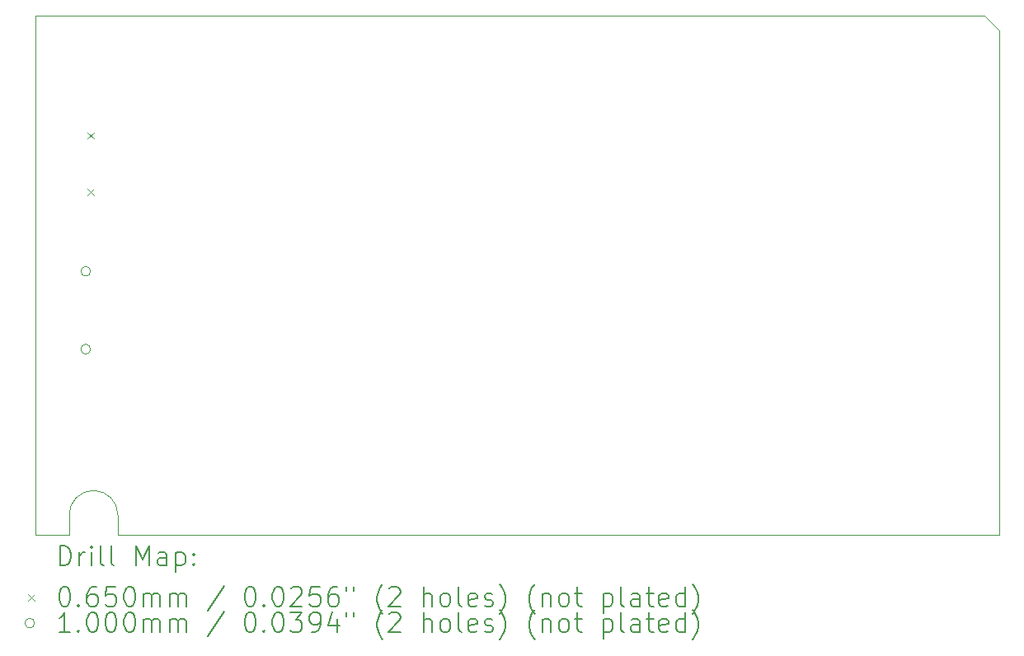
<source format=gbr>
%TF.GenerationSoftware,KiCad,Pcbnew,7.0.6-0*%
%TF.CreationDate,2023-10-19T14:17:24+02:00*%
%TF.ProjectId,PSLab,50534c61-622e-46b6-9963-61645f706362,v6.0-beta*%
%TF.SameCoordinates,Original*%
%TF.FileFunction,Drillmap*%
%TF.FilePolarity,Positive*%
%FSLAX45Y45*%
G04 Gerber Fmt 4.5, Leading zero omitted, Abs format (unit mm)*
G04 Created by KiCad (PCBNEW 7.0.6-0) date 2023-10-19 14:17:24*
%MOMM*%
%LPD*%
G01*
G04 APERTURE LIST*
%ADD10C,0.100000*%
%ADD11C,0.200000*%
%ADD12C,0.065000*%
G04 APERTURE END LIST*
D10*
X19903000Y-10000000D02*
X12560000Y-10000000D01*
X10000000Y-9735000D02*
X10000000Y-4669000D01*
X19903000Y-4821000D02*
X19903000Y-10000000D01*
X10000000Y-9735000D02*
X10000000Y-10000000D01*
X10000000Y-4669000D02*
X19751000Y-4669000D01*
X10850000Y-9800000D02*
X10850000Y-10000000D01*
X10350000Y-9800000D02*
X10350000Y-10000000D01*
X11740000Y-10000000D02*
X10850000Y-10000000D01*
X19751000Y-4669000D02*
X19903000Y-4821000D01*
X10850000Y-9800000D02*
G75*
G03*
X10350000Y-9800000I-250000J3163D01*
G01*
X12560000Y-10000000D02*
X11740000Y-10000000D01*
X10000000Y-10000000D02*
X10350000Y-10000000D01*
D11*
D12*
X10537500Y-5868500D02*
X10602500Y-5933500D01*
X10602500Y-5868500D02*
X10537500Y-5933500D01*
X10537500Y-6446500D02*
X10602500Y-6511500D01*
X10602500Y-6446500D02*
X10537500Y-6511500D01*
D10*
X10570000Y-7295000D02*
G75*
G03*
X10570000Y-7295000I-50000J0D01*
G01*
X10570000Y-8095000D02*
G75*
G03*
X10570000Y-8095000I-50000J0D01*
G01*
D11*
X10255777Y-10316484D02*
X10255777Y-10116484D01*
X10255777Y-10116484D02*
X10303396Y-10116484D01*
X10303396Y-10116484D02*
X10331967Y-10126008D01*
X10331967Y-10126008D02*
X10351015Y-10145055D01*
X10351015Y-10145055D02*
X10360539Y-10164103D01*
X10360539Y-10164103D02*
X10370063Y-10202198D01*
X10370063Y-10202198D02*
X10370063Y-10230770D01*
X10370063Y-10230770D02*
X10360539Y-10268865D01*
X10360539Y-10268865D02*
X10351015Y-10287912D01*
X10351015Y-10287912D02*
X10331967Y-10306960D01*
X10331967Y-10306960D02*
X10303396Y-10316484D01*
X10303396Y-10316484D02*
X10255777Y-10316484D01*
X10455777Y-10316484D02*
X10455777Y-10183150D01*
X10455777Y-10221246D02*
X10465301Y-10202198D01*
X10465301Y-10202198D02*
X10474824Y-10192674D01*
X10474824Y-10192674D02*
X10493872Y-10183150D01*
X10493872Y-10183150D02*
X10512920Y-10183150D01*
X10579586Y-10316484D02*
X10579586Y-10183150D01*
X10579586Y-10116484D02*
X10570063Y-10126008D01*
X10570063Y-10126008D02*
X10579586Y-10135531D01*
X10579586Y-10135531D02*
X10589110Y-10126008D01*
X10589110Y-10126008D02*
X10579586Y-10116484D01*
X10579586Y-10116484D02*
X10579586Y-10135531D01*
X10703396Y-10316484D02*
X10684348Y-10306960D01*
X10684348Y-10306960D02*
X10674824Y-10287912D01*
X10674824Y-10287912D02*
X10674824Y-10116484D01*
X10808158Y-10316484D02*
X10789110Y-10306960D01*
X10789110Y-10306960D02*
X10779586Y-10287912D01*
X10779586Y-10287912D02*
X10779586Y-10116484D01*
X11036729Y-10316484D02*
X11036729Y-10116484D01*
X11036729Y-10116484D02*
X11103396Y-10259341D01*
X11103396Y-10259341D02*
X11170063Y-10116484D01*
X11170063Y-10116484D02*
X11170063Y-10316484D01*
X11351015Y-10316484D02*
X11351015Y-10211722D01*
X11351015Y-10211722D02*
X11341491Y-10192674D01*
X11341491Y-10192674D02*
X11322443Y-10183150D01*
X11322443Y-10183150D02*
X11284348Y-10183150D01*
X11284348Y-10183150D02*
X11265301Y-10192674D01*
X11351015Y-10306960D02*
X11331967Y-10316484D01*
X11331967Y-10316484D02*
X11284348Y-10316484D01*
X11284348Y-10316484D02*
X11265301Y-10306960D01*
X11265301Y-10306960D02*
X11255777Y-10287912D01*
X11255777Y-10287912D02*
X11255777Y-10268865D01*
X11255777Y-10268865D02*
X11265301Y-10249817D01*
X11265301Y-10249817D02*
X11284348Y-10240293D01*
X11284348Y-10240293D02*
X11331967Y-10240293D01*
X11331967Y-10240293D02*
X11351015Y-10230770D01*
X11446253Y-10183150D02*
X11446253Y-10383150D01*
X11446253Y-10192674D02*
X11465301Y-10183150D01*
X11465301Y-10183150D02*
X11503396Y-10183150D01*
X11503396Y-10183150D02*
X11522443Y-10192674D01*
X11522443Y-10192674D02*
X11531967Y-10202198D01*
X11531967Y-10202198D02*
X11541491Y-10221246D01*
X11541491Y-10221246D02*
X11541491Y-10278389D01*
X11541491Y-10278389D02*
X11531967Y-10297436D01*
X11531967Y-10297436D02*
X11522443Y-10306960D01*
X11522443Y-10306960D02*
X11503396Y-10316484D01*
X11503396Y-10316484D02*
X11465301Y-10316484D01*
X11465301Y-10316484D02*
X11446253Y-10306960D01*
X11627205Y-10297436D02*
X11636729Y-10306960D01*
X11636729Y-10306960D02*
X11627205Y-10316484D01*
X11627205Y-10316484D02*
X11617682Y-10306960D01*
X11617682Y-10306960D02*
X11627205Y-10297436D01*
X11627205Y-10297436D02*
X11627205Y-10316484D01*
X11627205Y-10192674D02*
X11636729Y-10202198D01*
X11636729Y-10202198D02*
X11627205Y-10211722D01*
X11627205Y-10211722D02*
X11617682Y-10202198D01*
X11617682Y-10202198D02*
X11627205Y-10192674D01*
X11627205Y-10192674D02*
X11627205Y-10211722D01*
D12*
X9930000Y-10612500D02*
X9995000Y-10677500D01*
X9995000Y-10612500D02*
X9930000Y-10677500D01*
D11*
X10293872Y-10536484D02*
X10312920Y-10536484D01*
X10312920Y-10536484D02*
X10331967Y-10546008D01*
X10331967Y-10546008D02*
X10341491Y-10555531D01*
X10341491Y-10555531D02*
X10351015Y-10574579D01*
X10351015Y-10574579D02*
X10360539Y-10612674D01*
X10360539Y-10612674D02*
X10360539Y-10660293D01*
X10360539Y-10660293D02*
X10351015Y-10698389D01*
X10351015Y-10698389D02*
X10341491Y-10717436D01*
X10341491Y-10717436D02*
X10331967Y-10726960D01*
X10331967Y-10726960D02*
X10312920Y-10736484D01*
X10312920Y-10736484D02*
X10293872Y-10736484D01*
X10293872Y-10736484D02*
X10274824Y-10726960D01*
X10274824Y-10726960D02*
X10265301Y-10717436D01*
X10265301Y-10717436D02*
X10255777Y-10698389D01*
X10255777Y-10698389D02*
X10246253Y-10660293D01*
X10246253Y-10660293D02*
X10246253Y-10612674D01*
X10246253Y-10612674D02*
X10255777Y-10574579D01*
X10255777Y-10574579D02*
X10265301Y-10555531D01*
X10265301Y-10555531D02*
X10274824Y-10546008D01*
X10274824Y-10546008D02*
X10293872Y-10536484D01*
X10446253Y-10717436D02*
X10455777Y-10726960D01*
X10455777Y-10726960D02*
X10446253Y-10736484D01*
X10446253Y-10736484D02*
X10436729Y-10726960D01*
X10436729Y-10726960D02*
X10446253Y-10717436D01*
X10446253Y-10717436D02*
X10446253Y-10736484D01*
X10627205Y-10536484D02*
X10589110Y-10536484D01*
X10589110Y-10536484D02*
X10570063Y-10546008D01*
X10570063Y-10546008D02*
X10560539Y-10555531D01*
X10560539Y-10555531D02*
X10541491Y-10584103D01*
X10541491Y-10584103D02*
X10531967Y-10622198D01*
X10531967Y-10622198D02*
X10531967Y-10698389D01*
X10531967Y-10698389D02*
X10541491Y-10717436D01*
X10541491Y-10717436D02*
X10551015Y-10726960D01*
X10551015Y-10726960D02*
X10570063Y-10736484D01*
X10570063Y-10736484D02*
X10608158Y-10736484D01*
X10608158Y-10736484D02*
X10627205Y-10726960D01*
X10627205Y-10726960D02*
X10636729Y-10717436D01*
X10636729Y-10717436D02*
X10646253Y-10698389D01*
X10646253Y-10698389D02*
X10646253Y-10650770D01*
X10646253Y-10650770D02*
X10636729Y-10631722D01*
X10636729Y-10631722D02*
X10627205Y-10622198D01*
X10627205Y-10622198D02*
X10608158Y-10612674D01*
X10608158Y-10612674D02*
X10570063Y-10612674D01*
X10570063Y-10612674D02*
X10551015Y-10622198D01*
X10551015Y-10622198D02*
X10541491Y-10631722D01*
X10541491Y-10631722D02*
X10531967Y-10650770D01*
X10827205Y-10536484D02*
X10731967Y-10536484D01*
X10731967Y-10536484D02*
X10722444Y-10631722D01*
X10722444Y-10631722D02*
X10731967Y-10622198D01*
X10731967Y-10622198D02*
X10751015Y-10612674D01*
X10751015Y-10612674D02*
X10798634Y-10612674D01*
X10798634Y-10612674D02*
X10817682Y-10622198D01*
X10817682Y-10622198D02*
X10827205Y-10631722D01*
X10827205Y-10631722D02*
X10836729Y-10650770D01*
X10836729Y-10650770D02*
X10836729Y-10698389D01*
X10836729Y-10698389D02*
X10827205Y-10717436D01*
X10827205Y-10717436D02*
X10817682Y-10726960D01*
X10817682Y-10726960D02*
X10798634Y-10736484D01*
X10798634Y-10736484D02*
X10751015Y-10736484D01*
X10751015Y-10736484D02*
X10731967Y-10726960D01*
X10731967Y-10726960D02*
X10722444Y-10717436D01*
X10960539Y-10536484D02*
X10979586Y-10536484D01*
X10979586Y-10536484D02*
X10998634Y-10546008D01*
X10998634Y-10546008D02*
X11008158Y-10555531D01*
X11008158Y-10555531D02*
X11017682Y-10574579D01*
X11017682Y-10574579D02*
X11027205Y-10612674D01*
X11027205Y-10612674D02*
X11027205Y-10660293D01*
X11027205Y-10660293D02*
X11017682Y-10698389D01*
X11017682Y-10698389D02*
X11008158Y-10717436D01*
X11008158Y-10717436D02*
X10998634Y-10726960D01*
X10998634Y-10726960D02*
X10979586Y-10736484D01*
X10979586Y-10736484D02*
X10960539Y-10736484D01*
X10960539Y-10736484D02*
X10941491Y-10726960D01*
X10941491Y-10726960D02*
X10931967Y-10717436D01*
X10931967Y-10717436D02*
X10922444Y-10698389D01*
X10922444Y-10698389D02*
X10912920Y-10660293D01*
X10912920Y-10660293D02*
X10912920Y-10612674D01*
X10912920Y-10612674D02*
X10922444Y-10574579D01*
X10922444Y-10574579D02*
X10931967Y-10555531D01*
X10931967Y-10555531D02*
X10941491Y-10546008D01*
X10941491Y-10546008D02*
X10960539Y-10536484D01*
X11112920Y-10736484D02*
X11112920Y-10603150D01*
X11112920Y-10622198D02*
X11122444Y-10612674D01*
X11122444Y-10612674D02*
X11141491Y-10603150D01*
X11141491Y-10603150D02*
X11170063Y-10603150D01*
X11170063Y-10603150D02*
X11189110Y-10612674D01*
X11189110Y-10612674D02*
X11198634Y-10631722D01*
X11198634Y-10631722D02*
X11198634Y-10736484D01*
X11198634Y-10631722D02*
X11208158Y-10612674D01*
X11208158Y-10612674D02*
X11227205Y-10603150D01*
X11227205Y-10603150D02*
X11255777Y-10603150D01*
X11255777Y-10603150D02*
X11274824Y-10612674D01*
X11274824Y-10612674D02*
X11284348Y-10631722D01*
X11284348Y-10631722D02*
X11284348Y-10736484D01*
X11379586Y-10736484D02*
X11379586Y-10603150D01*
X11379586Y-10622198D02*
X11389110Y-10612674D01*
X11389110Y-10612674D02*
X11408158Y-10603150D01*
X11408158Y-10603150D02*
X11436729Y-10603150D01*
X11436729Y-10603150D02*
X11455777Y-10612674D01*
X11455777Y-10612674D02*
X11465301Y-10631722D01*
X11465301Y-10631722D02*
X11465301Y-10736484D01*
X11465301Y-10631722D02*
X11474824Y-10612674D01*
X11474824Y-10612674D02*
X11493872Y-10603150D01*
X11493872Y-10603150D02*
X11522443Y-10603150D01*
X11522443Y-10603150D02*
X11541491Y-10612674D01*
X11541491Y-10612674D02*
X11551015Y-10631722D01*
X11551015Y-10631722D02*
X11551015Y-10736484D01*
X11941491Y-10526960D02*
X11770063Y-10784103D01*
X12198634Y-10536484D02*
X12217682Y-10536484D01*
X12217682Y-10536484D02*
X12236729Y-10546008D01*
X12236729Y-10546008D02*
X12246253Y-10555531D01*
X12246253Y-10555531D02*
X12255777Y-10574579D01*
X12255777Y-10574579D02*
X12265301Y-10612674D01*
X12265301Y-10612674D02*
X12265301Y-10660293D01*
X12265301Y-10660293D02*
X12255777Y-10698389D01*
X12255777Y-10698389D02*
X12246253Y-10717436D01*
X12246253Y-10717436D02*
X12236729Y-10726960D01*
X12236729Y-10726960D02*
X12217682Y-10736484D01*
X12217682Y-10736484D02*
X12198634Y-10736484D01*
X12198634Y-10736484D02*
X12179586Y-10726960D01*
X12179586Y-10726960D02*
X12170063Y-10717436D01*
X12170063Y-10717436D02*
X12160539Y-10698389D01*
X12160539Y-10698389D02*
X12151015Y-10660293D01*
X12151015Y-10660293D02*
X12151015Y-10612674D01*
X12151015Y-10612674D02*
X12160539Y-10574579D01*
X12160539Y-10574579D02*
X12170063Y-10555531D01*
X12170063Y-10555531D02*
X12179586Y-10546008D01*
X12179586Y-10546008D02*
X12198634Y-10536484D01*
X12351015Y-10717436D02*
X12360539Y-10726960D01*
X12360539Y-10726960D02*
X12351015Y-10736484D01*
X12351015Y-10736484D02*
X12341491Y-10726960D01*
X12341491Y-10726960D02*
X12351015Y-10717436D01*
X12351015Y-10717436D02*
X12351015Y-10736484D01*
X12484348Y-10536484D02*
X12503396Y-10536484D01*
X12503396Y-10536484D02*
X12522444Y-10546008D01*
X12522444Y-10546008D02*
X12531967Y-10555531D01*
X12531967Y-10555531D02*
X12541491Y-10574579D01*
X12541491Y-10574579D02*
X12551015Y-10612674D01*
X12551015Y-10612674D02*
X12551015Y-10660293D01*
X12551015Y-10660293D02*
X12541491Y-10698389D01*
X12541491Y-10698389D02*
X12531967Y-10717436D01*
X12531967Y-10717436D02*
X12522444Y-10726960D01*
X12522444Y-10726960D02*
X12503396Y-10736484D01*
X12503396Y-10736484D02*
X12484348Y-10736484D01*
X12484348Y-10736484D02*
X12465301Y-10726960D01*
X12465301Y-10726960D02*
X12455777Y-10717436D01*
X12455777Y-10717436D02*
X12446253Y-10698389D01*
X12446253Y-10698389D02*
X12436729Y-10660293D01*
X12436729Y-10660293D02*
X12436729Y-10612674D01*
X12436729Y-10612674D02*
X12446253Y-10574579D01*
X12446253Y-10574579D02*
X12455777Y-10555531D01*
X12455777Y-10555531D02*
X12465301Y-10546008D01*
X12465301Y-10546008D02*
X12484348Y-10536484D01*
X12627206Y-10555531D02*
X12636729Y-10546008D01*
X12636729Y-10546008D02*
X12655777Y-10536484D01*
X12655777Y-10536484D02*
X12703396Y-10536484D01*
X12703396Y-10536484D02*
X12722444Y-10546008D01*
X12722444Y-10546008D02*
X12731967Y-10555531D01*
X12731967Y-10555531D02*
X12741491Y-10574579D01*
X12741491Y-10574579D02*
X12741491Y-10593627D01*
X12741491Y-10593627D02*
X12731967Y-10622198D01*
X12731967Y-10622198D02*
X12617682Y-10736484D01*
X12617682Y-10736484D02*
X12741491Y-10736484D01*
X12922444Y-10536484D02*
X12827206Y-10536484D01*
X12827206Y-10536484D02*
X12817682Y-10631722D01*
X12817682Y-10631722D02*
X12827206Y-10622198D01*
X12827206Y-10622198D02*
X12846253Y-10612674D01*
X12846253Y-10612674D02*
X12893872Y-10612674D01*
X12893872Y-10612674D02*
X12912920Y-10622198D01*
X12912920Y-10622198D02*
X12922444Y-10631722D01*
X12922444Y-10631722D02*
X12931967Y-10650770D01*
X12931967Y-10650770D02*
X12931967Y-10698389D01*
X12931967Y-10698389D02*
X12922444Y-10717436D01*
X12922444Y-10717436D02*
X12912920Y-10726960D01*
X12912920Y-10726960D02*
X12893872Y-10736484D01*
X12893872Y-10736484D02*
X12846253Y-10736484D01*
X12846253Y-10736484D02*
X12827206Y-10726960D01*
X12827206Y-10726960D02*
X12817682Y-10717436D01*
X13103396Y-10536484D02*
X13065301Y-10536484D01*
X13065301Y-10536484D02*
X13046253Y-10546008D01*
X13046253Y-10546008D02*
X13036729Y-10555531D01*
X13036729Y-10555531D02*
X13017682Y-10584103D01*
X13017682Y-10584103D02*
X13008158Y-10622198D01*
X13008158Y-10622198D02*
X13008158Y-10698389D01*
X13008158Y-10698389D02*
X13017682Y-10717436D01*
X13017682Y-10717436D02*
X13027206Y-10726960D01*
X13027206Y-10726960D02*
X13046253Y-10736484D01*
X13046253Y-10736484D02*
X13084348Y-10736484D01*
X13084348Y-10736484D02*
X13103396Y-10726960D01*
X13103396Y-10726960D02*
X13112920Y-10717436D01*
X13112920Y-10717436D02*
X13122444Y-10698389D01*
X13122444Y-10698389D02*
X13122444Y-10650770D01*
X13122444Y-10650770D02*
X13112920Y-10631722D01*
X13112920Y-10631722D02*
X13103396Y-10622198D01*
X13103396Y-10622198D02*
X13084348Y-10612674D01*
X13084348Y-10612674D02*
X13046253Y-10612674D01*
X13046253Y-10612674D02*
X13027206Y-10622198D01*
X13027206Y-10622198D02*
X13017682Y-10631722D01*
X13017682Y-10631722D02*
X13008158Y-10650770D01*
X13198634Y-10536484D02*
X13198634Y-10574579D01*
X13274825Y-10536484D02*
X13274825Y-10574579D01*
X13570063Y-10812674D02*
X13560539Y-10803150D01*
X13560539Y-10803150D02*
X13541491Y-10774579D01*
X13541491Y-10774579D02*
X13531968Y-10755531D01*
X13531968Y-10755531D02*
X13522444Y-10726960D01*
X13522444Y-10726960D02*
X13512920Y-10679341D01*
X13512920Y-10679341D02*
X13512920Y-10641246D01*
X13512920Y-10641246D02*
X13522444Y-10593627D01*
X13522444Y-10593627D02*
X13531968Y-10565055D01*
X13531968Y-10565055D02*
X13541491Y-10546008D01*
X13541491Y-10546008D02*
X13560539Y-10517436D01*
X13560539Y-10517436D02*
X13570063Y-10507912D01*
X13636729Y-10555531D02*
X13646253Y-10546008D01*
X13646253Y-10546008D02*
X13665301Y-10536484D01*
X13665301Y-10536484D02*
X13712920Y-10536484D01*
X13712920Y-10536484D02*
X13731968Y-10546008D01*
X13731968Y-10546008D02*
X13741491Y-10555531D01*
X13741491Y-10555531D02*
X13751015Y-10574579D01*
X13751015Y-10574579D02*
X13751015Y-10593627D01*
X13751015Y-10593627D02*
X13741491Y-10622198D01*
X13741491Y-10622198D02*
X13627206Y-10736484D01*
X13627206Y-10736484D02*
X13751015Y-10736484D01*
X13989110Y-10736484D02*
X13989110Y-10536484D01*
X14074825Y-10736484D02*
X14074825Y-10631722D01*
X14074825Y-10631722D02*
X14065301Y-10612674D01*
X14065301Y-10612674D02*
X14046253Y-10603150D01*
X14046253Y-10603150D02*
X14017682Y-10603150D01*
X14017682Y-10603150D02*
X13998634Y-10612674D01*
X13998634Y-10612674D02*
X13989110Y-10622198D01*
X14198634Y-10736484D02*
X14179587Y-10726960D01*
X14179587Y-10726960D02*
X14170063Y-10717436D01*
X14170063Y-10717436D02*
X14160539Y-10698389D01*
X14160539Y-10698389D02*
X14160539Y-10641246D01*
X14160539Y-10641246D02*
X14170063Y-10622198D01*
X14170063Y-10622198D02*
X14179587Y-10612674D01*
X14179587Y-10612674D02*
X14198634Y-10603150D01*
X14198634Y-10603150D02*
X14227206Y-10603150D01*
X14227206Y-10603150D02*
X14246253Y-10612674D01*
X14246253Y-10612674D02*
X14255777Y-10622198D01*
X14255777Y-10622198D02*
X14265301Y-10641246D01*
X14265301Y-10641246D02*
X14265301Y-10698389D01*
X14265301Y-10698389D02*
X14255777Y-10717436D01*
X14255777Y-10717436D02*
X14246253Y-10726960D01*
X14246253Y-10726960D02*
X14227206Y-10736484D01*
X14227206Y-10736484D02*
X14198634Y-10736484D01*
X14379587Y-10736484D02*
X14360539Y-10726960D01*
X14360539Y-10726960D02*
X14351015Y-10707912D01*
X14351015Y-10707912D02*
X14351015Y-10536484D01*
X14531968Y-10726960D02*
X14512920Y-10736484D01*
X14512920Y-10736484D02*
X14474825Y-10736484D01*
X14474825Y-10736484D02*
X14455777Y-10726960D01*
X14455777Y-10726960D02*
X14446253Y-10707912D01*
X14446253Y-10707912D02*
X14446253Y-10631722D01*
X14446253Y-10631722D02*
X14455777Y-10612674D01*
X14455777Y-10612674D02*
X14474825Y-10603150D01*
X14474825Y-10603150D02*
X14512920Y-10603150D01*
X14512920Y-10603150D02*
X14531968Y-10612674D01*
X14531968Y-10612674D02*
X14541491Y-10631722D01*
X14541491Y-10631722D02*
X14541491Y-10650770D01*
X14541491Y-10650770D02*
X14446253Y-10669817D01*
X14617682Y-10726960D02*
X14636730Y-10736484D01*
X14636730Y-10736484D02*
X14674825Y-10736484D01*
X14674825Y-10736484D02*
X14693872Y-10726960D01*
X14693872Y-10726960D02*
X14703396Y-10707912D01*
X14703396Y-10707912D02*
X14703396Y-10698389D01*
X14703396Y-10698389D02*
X14693872Y-10679341D01*
X14693872Y-10679341D02*
X14674825Y-10669817D01*
X14674825Y-10669817D02*
X14646253Y-10669817D01*
X14646253Y-10669817D02*
X14627206Y-10660293D01*
X14627206Y-10660293D02*
X14617682Y-10641246D01*
X14617682Y-10641246D02*
X14617682Y-10631722D01*
X14617682Y-10631722D02*
X14627206Y-10612674D01*
X14627206Y-10612674D02*
X14646253Y-10603150D01*
X14646253Y-10603150D02*
X14674825Y-10603150D01*
X14674825Y-10603150D02*
X14693872Y-10612674D01*
X14770063Y-10812674D02*
X14779587Y-10803150D01*
X14779587Y-10803150D02*
X14798634Y-10774579D01*
X14798634Y-10774579D02*
X14808158Y-10755531D01*
X14808158Y-10755531D02*
X14817682Y-10726960D01*
X14817682Y-10726960D02*
X14827206Y-10679341D01*
X14827206Y-10679341D02*
X14827206Y-10641246D01*
X14827206Y-10641246D02*
X14817682Y-10593627D01*
X14817682Y-10593627D02*
X14808158Y-10565055D01*
X14808158Y-10565055D02*
X14798634Y-10546008D01*
X14798634Y-10546008D02*
X14779587Y-10517436D01*
X14779587Y-10517436D02*
X14770063Y-10507912D01*
X15131968Y-10812674D02*
X15122444Y-10803150D01*
X15122444Y-10803150D02*
X15103396Y-10774579D01*
X15103396Y-10774579D02*
X15093872Y-10755531D01*
X15093872Y-10755531D02*
X15084349Y-10726960D01*
X15084349Y-10726960D02*
X15074825Y-10679341D01*
X15074825Y-10679341D02*
X15074825Y-10641246D01*
X15074825Y-10641246D02*
X15084349Y-10593627D01*
X15084349Y-10593627D02*
X15093872Y-10565055D01*
X15093872Y-10565055D02*
X15103396Y-10546008D01*
X15103396Y-10546008D02*
X15122444Y-10517436D01*
X15122444Y-10517436D02*
X15131968Y-10507912D01*
X15208158Y-10603150D02*
X15208158Y-10736484D01*
X15208158Y-10622198D02*
X15217682Y-10612674D01*
X15217682Y-10612674D02*
X15236730Y-10603150D01*
X15236730Y-10603150D02*
X15265301Y-10603150D01*
X15265301Y-10603150D02*
X15284349Y-10612674D01*
X15284349Y-10612674D02*
X15293872Y-10631722D01*
X15293872Y-10631722D02*
X15293872Y-10736484D01*
X15417682Y-10736484D02*
X15398634Y-10726960D01*
X15398634Y-10726960D02*
X15389111Y-10717436D01*
X15389111Y-10717436D02*
X15379587Y-10698389D01*
X15379587Y-10698389D02*
X15379587Y-10641246D01*
X15379587Y-10641246D02*
X15389111Y-10622198D01*
X15389111Y-10622198D02*
X15398634Y-10612674D01*
X15398634Y-10612674D02*
X15417682Y-10603150D01*
X15417682Y-10603150D02*
X15446253Y-10603150D01*
X15446253Y-10603150D02*
X15465301Y-10612674D01*
X15465301Y-10612674D02*
X15474825Y-10622198D01*
X15474825Y-10622198D02*
X15484349Y-10641246D01*
X15484349Y-10641246D02*
X15484349Y-10698389D01*
X15484349Y-10698389D02*
X15474825Y-10717436D01*
X15474825Y-10717436D02*
X15465301Y-10726960D01*
X15465301Y-10726960D02*
X15446253Y-10736484D01*
X15446253Y-10736484D02*
X15417682Y-10736484D01*
X15541492Y-10603150D02*
X15617682Y-10603150D01*
X15570063Y-10536484D02*
X15570063Y-10707912D01*
X15570063Y-10707912D02*
X15579587Y-10726960D01*
X15579587Y-10726960D02*
X15598634Y-10736484D01*
X15598634Y-10736484D02*
X15617682Y-10736484D01*
X15836730Y-10603150D02*
X15836730Y-10803150D01*
X15836730Y-10612674D02*
X15855777Y-10603150D01*
X15855777Y-10603150D02*
X15893873Y-10603150D01*
X15893873Y-10603150D02*
X15912920Y-10612674D01*
X15912920Y-10612674D02*
X15922444Y-10622198D01*
X15922444Y-10622198D02*
X15931968Y-10641246D01*
X15931968Y-10641246D02*
X15931968Y-10698389D01*
X15931968Y-10698389D02*
X15922444Y-10717436D01*
X15922444Y-10717436D02*
X15912920Y-10726960D01*
X15912920Y-10726960D02*
X15893873Y-10736484D01*
X15893873Y-10736484D02*
X15855777Y-10736484D01*
X15855777Y-10736484D02*
X15836730Y-10726960D01*
X16046253Y-10736484D02*
X16027206Y-10726960D01*
X16027206Y-10726960D02*
X16017682Y-10707912D01*
X16017682Y-10707912D02*
X16017682Y-10536484D01*
X16208158Y-10736484D02*
X16208158Y-10631722D01*
X16208158Y-10631722D02*
X16198634Y-10612674D01*
X16198634Y-10612674D02*
X16179587Y-10603150D01*
X16179587Y-10603150D02*
X16141492Y-10603150D01*
X16141492Y-10603150D02*
X16122444Y-10612674D01*
X16208158Y-10726960D02*
X16189111Y-10736484D01*
X16189111Y-10736484D02*
X16141492Y-10736484D01*
X16141492Y-10736484D02*
X16122444Y-10726960D01*
X16122444Y-10726960D02*
X16112920Y-10707912D01*
X16112920Y-10707912D02*
X16112920Y-10688865D01*
X16112920Y-10688865D02*
X16122444Y-10669817D01*
X16122444Y-10669817D02*
X16141492Y-10660293D01*
X16141492Y-10660293D02*
X16189111Y-10660293D01*
X16189111Y-10660293D02*
X16208158Y-10650770D01*
X16274825Y-10603150D02*
X16351015Y-10603150D01*
X16303396Y-10536484D02*
X16303396Y-10707912D01*
X16303396Y-10707912D02*
X16312920Y-10726960D01*
X16312920Y-10726960D02*
X16331968Y-10736484D01*
X16331968Y-10736484D02*
X16351015Y-10736484D01*
X16493873Y-10726960D02*
X16474825Y-10736484D01*
X16474825Y-10736484D02*
X16436730Y-10736484D01*
X16436730Y-10736484D02*
X16417682Y-10726960D01*
X16417682Y-10726960D02*
X16408158Y-10707912D01*
X16408158Y-10707912D02*
X16408158Y-10631722D01*
X16408158Y-10631722D02*
X16417682Y-10612674D01*
X16417682Y-10612674D02*
X16436730Y-10603150D01*
X16436730Y-10603150D02*
X16474825Y-10603150D01*
X16474825Y-10603150D02*
X16493873Y-10612674D01*
X16493873Y-10612674D02*
X16503396Y-10631722D01*
X16503396Y-10631722D02*
X16503396Y-10650770D01*
X16503396Y-10650770D02*
X16408158Y-10669817D01*
X16674825Y-10736484D02*
X16674825Y-10536484D01*
X16674825Y-10726960D02*
X16655777Y-10736484D01*
X16655777Y-10736484D02*
X16617682Y-10736484D01*
X16617682Y-10736484D02*
X16598634Y-10726960D01*
X16598634Y-10726960D02*
X16589111Y-10717436D01*
X16589111Y-10717436D02*
X16579587Y-10698389D01*
X16579587Y-10698389D02*
X16579587Y-10641246D01*
X16579587Y-10641246D02*
X16589111Y-10622198D01*
X16589111Y-10622198D02*
X16598634Y-10612674D01*
X16598634Y-10612674D02*
X16617682Y-10603150D01*
X16617682Y-10603150D02*
X16655777Y-10603150D01*
X16655777Y-10603150D02*
X16674825Y-10612674D01*
X16751015Y-10812674D02*
X16760539Y-10803150D01*
X16760539Y-10803150D02*
X16779587Y-10774579D01*
X16779587Y-10774579D02*
X16789111Y-10755531D01*
X16789111Y-10755531D02*
X16798635Y-10726960D01*
X16798635Y-10726960D02*
X16808158Y-10679341D01*
X16808158Y-10679341D02*
X16808158Y-10641246D01*
X16808158Y-10641246D02*
X16798635Y-10593627D01*
X16798635Y-10593627D02*
X16789111Y-10565055D01*
X16789111Y-10565055D02*
X16779587Y-10546008D01*
X16779587Y-10546008D02*
X16760539Y-10517436D01*
X16760539Y-10517436D02*
X16751015Y-10507912D01*
D10*
X9995000Y-10909000D02*
G75*
G03*
X9995000Y-10909000I-50000J0D01*
G01*
D11*
X10360539Y-11000484D02*
X10246253Y-11000484D01*
X10303396Y-11000484D02*
X10303396Y-10800484D01*
X10303396Y-10800484D02*
X10284348Y-10829055D01*
X10284348Y-10829055D02*
X10265301Y-10848103D01*
X10265301Y-10848103D02*
X10246253Y-10857627D01*
X10446253Y-10981436D02*
X10455777Y-10990960D01*
X10455777Y-10990960D02*
X10446253Y-11000484D01*
X10446253Y-11000484D02*
X10436729Y-10990960D01*
X10436729Y-10990960D02*
X10446253Y-10981436D01*
X10446253Y-10981436D02*
X10446253Y-11000484D01*
X10579586Y-10800484D02*
X10598634Y-10800484D01*
X10598634Y-10800484D02*
X10617682Y-10810008D01*
X10617682Y-10810008D02*
X10627205Y-10819531D01*
X10627205Y-10819531D02*
X10636729Y-10838579D01*
X10636729Y-10838579D02*
X10646253Y-10876674D01*
X10646253Y-10876674D02*
X10646253Y-10924293D01*
X10646253Y-10924293D02*
X10636729Y-10962389D01*
X10636729Y-10962389D02*
X10627205Y-10981436D01*
X10627205Y-10981436D02*
X10617682Y-10990960D01*
X10617682Y-10990960D02*
X10598634Y-11000484D01*
X10598634Y-11000484D02*
X10579586Y-11000484D01*
X10579586Y-11000484D02*
X10560539Y-10990960D01*
X10560539Y-10990960D02*
X10551015Y-10981436D01*
X10551015Y-10981436D02*
X10541491Y-10962389D01*
X10541491Y-10962389D02*
X10531967Y-10924293D01*
X10531967Y-10924293D02*
X10531967Y-10876674D01*
X10531967Y-10876674D02*
X10541491Y-10838579D01*
X10541491Y-10838579D02*
X10551015Y-10819531D01*
X10551015Y-10819531D02*
X10560539Y-10810008D01*
X10560539Y-10810008D02*
X10579586Y-10800484D01*
X10770063Y-10800484D02*
X10789110Y-10800484D01*
X10789110Y-10800484D02*
X10808158Y-10810008D01*
X10808158Y-10810008D02*
X10817682Y-10819531D01*
X10817682Y-10819531D02*
X10827205Y-10838579D01*
X10827205Y-10838579D02*
X10836729Y-10876674D01*
X10836729Y-10876674D02*
X10836729Y-10924293D01*
X10836729Y-10924293D02*
X10827205Y-10962389D01*
X10827205Y-10962389D02*
X10817682Y-10981436D01*
X10817682Y-10981436D02*
X10808158Y-10990960D01*
X10808158Y-10990960D02*
X10789110Y-11000484D01*
X10789110Y-11000484D02*
X10770063Y-11000484D01*
X10770063Y-11000484D02*
X10751015Y-10990960D01*
X10751015Y-10990960D02*
X10741491Y-10981436D01*
X10741491Y-10981436D02*
X10731967Y-10962389D01*
X10731967Y-10962389D02*
X10722444Y-10924293D01*
X10722444Y-10924293D02*
X10722444Y-10876674D01*
X10722444Y-10876674D02*
X10731967Y-10838579D01*
X10731967Y-10838579D02*
X10741491Y-10819531D01*
X10741491Y-10819531D02*
X10751015Y-10810008D01*
X10751015Y-10810008D02*
X10770063Y-10800484D01*
X10960539Y-10800484D02*
X10979586Y-10800484D01*
X10979586Y-10800484D02*
X10998634Y-10810008D01*
X10998634Y-10810008D02*
X11008158Y-10819531D01*
X11008158Y-10819531D02*
X11017682Y-10838579D01*
X11017682Y-10838579D02*
X11027205Y-10876674D01*
X11027205Y-10876674D02*
X11027205Y-10924293D01*
X11027205Y-10924293D02*
X11017682Y-10962389D01*
X11017682Y-10962389D02*
X11008158Y-10981436D01*
X11008158Y-10981436D02*
X10998634Y-10990960D01*
X10998634Y-10990960D02*
X10979586Y-11000484D01*
X10979586Y-11000484D02*
X10960539Y-11000484D01*
X10960539Y-11000484D02*
X10941491Y-10990960D01*
X10941491Y-10990960D02*
X10931967Y-10981436D01*
X10931967Y-10981436D02*
X10922444Y-10962389D01*
X10922444Y-10962389D02*
X10912920Y-10924293D01*
X10912920Y-10924293D02*
X10912920Y-10876674D01*
X10912920Y-10876674D02*
X10922444Y-10838579D01*
X10922444Y-10838579D02*
X10931967Y-10819531D01*
X10931967Y-10819531D02*
X10941491Y-10810008D01*
X10941491Y-10810008D02*
X10960539Y-10800484D01*
X11112920Y-11000484D02*
X11112920Y-10867150D01*
X11112920Y-10886198D02*
X11122444Y-10876674D01*
X11122444Y-10876674D02*
X11141491Y-10867150D01*
X11141491Y-10867150D02*
X11170063Y-10867150D01*
X11170063Y-10867150D02*
X11189110Y-10876674D01*
X11189110Y-10876674D02*
X11198634Y-10895722D01*
X11198634Y-10895722D02*
X11198634Y-11000484D01*
X11198634Y-10895722D02*
X11208158Y-10876674D01*
X11208158Y-10876674D02*
X11227205Y-10867150D01*
X11227205Y-10867150D02*
X11255777Y-10867150D01*
X11255777Y-10867150D02*
X11274824Y-10876674D01*
X11274824Y-10876674D02*
X11284348Y-10895722D01*
X11284348Y-10895722D02*
X11284348Y-11000484D01*
X11379586Y-11000484D02*
X11379586Y-10867150D01*
X11379586Y-10886198D02*
X11389110Y-10876674D01*
X11389110Y-10876674D02*
X11408158Y-10867150D01*
X11408158Y-10867150D02*
X11436729Y-10867150D01*
X11436729Y-10867150D02*
X11455777Y-10876674D01*
X11455777Y-10876674D02*
X11465301Y-10895722D01*
X11465301Y-10895722D02*
X11465301Y-11000484D01*
X11465301Y-10895722D02*
X11474824Y-10876674D01*
X11474824Y-10876674D02*
X11493872Y-10867150D01*
X11493872Y-10867150D02*
X11522443Y-10867150D01*
X11522443Y-10867150D02*
X11541491Y-10876674D01*
X11541491Y-10876674D02*
X11551015Y-10895722D01*
X11551015Y-10895722D02*
X11551015Y-11000484D01*
X11941491Y-10790960D02*
X11770063Y-11048103D01*
X12198634Y-10800484D02*
X12217682Y-10800484D01*
X12217682Y-10800484D02*
X12236729Y-10810008D01*
X12236729Y-10810008D02*
X12246253Y-10819531D01*
X12246253Y-10819531D02*
X12255777Y-10838579D01*
X12255777Y-10838579D02*
X12265301Y-10876674D01*
X12265301Y-10876674D02*
X12265301Y-10924293D01*
X12265301Y-10924293D02*
X12255777Y-10962389D01*
X12255777Y-10962389D02*
X12246253Y-10981436D01*
X12246253Y-10981436D02*
X12236729Y-10990960D01*
X12236729Y-10990960D02*
X12217682Y-11000484D01*
X12217682Y-11000484D02*
X12198634Y-11000484D01*
X12198634Y-11000484D02*
X12179586Y-10990960D01*
X12179586Y-10990960D02*
X12170063Y-10981436D01*
X12170063Y-10981436D02*
X12160539Y-10962389D01*
X12160539Y-10962389D02*
X12151015Y-10924293D01*
X12151015Y-10924293D02*
X12151015Y-10876674D01*
X12151015Y-10876674D02*
X12160539Y-10838579D01*
X12160539Y-10838579D02*
X12170063Y-10819531D01*
X12170063Y-10819531D02*
X12179586Y-10810008D01*
X12179586Y-10810008D02*
X12198634Y-10800484D01*
X12351015Y-10981436D02*
X12360539Y-10990960D01*
X12360539Y-10990960D02*
X12351015Y-11000484D01*
X12351015Y-11000484D02*
X12341491Y-10990960D01*
X12341491Y-10990960D02*
X12351015Y-10981436D01*
X12351015Y-10981436D02*
X12351015Y-11000484D01*
X12484348Y-10800484D02*
X12503396Y-10800484D01*
X12503396Y-10800484D02*
X12522444Y-10810008D01*
X12522444Y-10810008D02*
X12531967Y-10819531D01*
X12531967Y-10819531D02*
X12541491Y-10838579D01*
X12541491Y-10838579D02*
X12551015Y-10876674D01*
X12551015Y-10876674D02*
X12551015Y-10924293D01*
X12551015Y-10924293D02*
X12541491Y-10962389D01*
X12541491Y-10962389D02*
X12531967Y-10981436D01*
X12531967Y-10981436D02*
X12522444Y-10990960D01*
X12522444Y-10990960D02*
X12503396Y-11000484D01*
X12503396Y-11000484D02*
X12484348Y-11000484D01*
X12484348Y-11000484D02*
X12465301Y-10990960D01*
X12465301Y-10990960D02*
X12455777Y-10981436D01*
X12455777Y-10981436D02*
X12446253Y-10962389D01*
X12446253Y-10962389D02*
X12436729Y-10924293D01*
X12436729Y-10924293D02*
X12436729Y-10876674D01*
X12436729Y-10876674D02*
X12446253Y-10838579D01*
X12446253Y-10838579D02*
X12455777Y-10819531D01*
X12455777Y-10819531D02*
X12465301Y-10810008D01*
X12465301Y-10810008D02*
X12484348Y-10800484D01*
X12617682Y-10800484D02*
X12741491Y-10800484D01*
X12741491Y-10800484D02*
X12674825Y-10876674D01*
X12674825Y-10876674D02*
X12703396Y-10876674D01*
X12703396Y-10876674D02*
X12722444Y-10886198D01*
X12722444Y-10886198D02*
X12731967Y-10895722D01*
X12731967Y-10895722D02*
X12741491Y-10914770D01*
X12741491Y-10914770D02*
X12741491Y-10962389D01*
X12741491Y-10962389D02*
X12731967Y-10981436D01*
X12731967Y-10981436D02*
X12722444Y-10990960D01*
X12722444Y-10990960D02*
X12703396Y-11000484D01*
X12703396Y-11000484D02*
X12646253Y-11000484D01*
X12646253Y-11000484D02*
X12627206Y-10990960D01*
X12627206Y-10990960D02*
X12617682Y-10981436D01*
X12836729Y-11000484D02*
X12874825Y-11000484D01*
X12874825Y-11000484D02*
X12893872Y-10990960D01*
X12893872Y-10990960D02*
X12903396Y-10981436D01*
X12903396Y-10981436D02*
X12922444Y-10952865D01*
X12922444Y-10952865D02*
X12931967Y-10914770D01*
X12931967Y-10914770D02*
X12931967Y-10838579D01*
X12931967Y-10838579D02*
X12922444Y-10819531D01*
X12922444Y-10819531D02*
X12912920Y-10810008D01*
X12912920Y-10810008D02*
X12893872Y-10800484D01*
X12893872Y-10800484D02*
X12855777Y-10800484D01*
X12855777Y-10800484D02*
X12836729Y-10810008D01*
X12836729Y-10810008D02*
X12827206Y-10819531D01*
X12827206Y-10819531D02*
X12817682Y-10838579D01*
X12817682Y-10838579D02*
X12817682Y-10886198D01*
X12817682Y-10886198D02*
X12827206Y-10905246D01*
X12827206Y-10905246D02*
X12836729Y-10914770D01*
X12836729Y-10914770D02*
X12855777Y-10924293D01*
X12855777Y-10924293D02*
X12893872Y-10924293D01*
X12893872Y-10924293D02*
X12912920Y-10914770D01*
X12912920Y-10914770D02*
X12922444Y-10905246D01*
X12922444Y-10905246D02*
X12931967Y-10886198D01*
X13103396Y-10867150D02*
X13103396Y-11000484D01*
X13055777Y-10790960D02*
X13008158Y-10933817D01*
X13008158Y-10933817D02*
X13131967Y-10933817D01*
X13198634Y-10800484D02*
X13198634Y-10838579D01*
X13274825Y-10800484D02*
X13274825Y-10838579D01*
X13570063Y-11076674D02*
X13560539Y-11067150D01*
X13560539Y-11067150D02*
X13541491Y-11038579D01*
X13541491Y-11038579D02*
X13531968Y-11019531D01*
X13531968Y-11019531D02*
X13522444Y-10990960D01*
X13522444Y-10990960D02*
X13512920Y-10943341D01*
X13512920Y-10943341D02*
X13512920Y-10905246D01*
X13512920Y-10905246D02*
X13522444Y-10857627D01*
X13522444Y-10857627D02*
X13531968Y-10829055D01*
X13531968Y-10829055D02*
X13541491Y-10810008D01*
X13541491Y-10810008D02*
X13560539Y-10781436D01*
X13560539Y-10781436D02*
X13570063Y-10771912D01*
X13636729Y-10819531D02*
X13646253Y-10810008D01*
X13646253Y-10810008D02*
X13665301Y-10800484D01*
X13665301Y-10800484D02*
X13712920Y-10800484D01*
X13712920Y-10800484D02*
X13731968Y-10810008D01*
X13731968Y-10810008D02*
X13741491Y-10819531D01*
X13741491Y-10819531D02*
X13751015Y-10838579D01*
X13751015Y-10838579D02*
X13751015Y-10857627D01*
X13751015Y-10857627D02*
X13741491Y-10886198D01*
X13741491Y-10886198D02*
X13627206Y-11000484D01*
X13627206Y-11000484D02*
X13751015Y-11000484D01*
X13989110Y-11000484D02*
X13989110Y-10800484D01*
X14074825Y-11000484D02*
X14074825Y-10895722D01*
X14074825Y-10895722D02*
X14065301Y-10876674D01*
X14065301Y-10876674D02*
X14046253Y-10867150D01*
X14046253Y-10867150D02*
X14017682Y-10867150D01*
X14017682Y-10867150D02*
X13998634Y-10876674D01*
X13998634Y-10876674D02*
X13989110Y-10886198D01*
X14198634Y-11000484D02*
X14179587Y-10990960D01*
X14179587Y-10990960D02*
X14170063Y-10981436D01*
X14170063Y-10981436D02*
X14160539Y-10962389D01*
X14160539Y-10962389D02*
X14160539Y-10905246D01*
X14160539Y-10905246D02*
X14170063Y-10886198D01*
X14170063Y-10886198D02*
X14179587Y-10876674D01*
X14179587Y-10876674D02*
X14198634Y-10867150D01*
X14198634Y-10867150D02*
X14227206Y-10867150D01*
X14227206Y-10867150D02*
X14246253Y-10876674D01*
X14246253Y-10876674D02*
X14255777Y-10886198D01*
X14255777Y-10886198D02*
X14265301Y-10905246D01*
X14265301Y-10905246D02*
X14265301Y-10962389D01*
X14265301Y-10962389D02*
X14255777Y-10981436D01*
X14255777Y-10981436D02*
X14246253Y-10990960D01*
X14246253Y-10990960D02*
X14227206Y-11000484D01*
X14227206Y-11000484D02*
X14198634Y-11000484D01*
X14379587Y-11000484D02*
X14360539Y-10990960D01*
X14360539Y-10990960D02*
X14351015Y-10971912D01*
X14351015Y-10971912D02*
X14351015Y-10800484D01*
X14531968Y-10990960D02*
X14512920Y-11000484D01*
X14512920Y-11000484D02*
X14474825Y-11000484D01*
X14474825Y-11000484D02*
X14455777Y-10990960D01*
X14455777Y-10990960D02*
X14446253Y-10971912D01*
X14446253Y-10971912D02*
X14446253Y-10895722D01*
X14446253Y-10895722D02*
X14455777Y-10876674D01*
X14455777Y-10876674D02*
X14474825Y-10867150D01*
X14474825Y-10867150D02*
X14512920Y-10867150D01*
X14512920Y-10867150D02*
X14531968Y-10876674D01*
X14531968Y-10876674D02*
X14541491Y-10895722D01*
X14541491Y-10895722D02*
X14541491Y-10914770D01*
X14541491Y-10914770D02*
X14446253Y-10933817D01*
X14617682Y-10990960D02*
X14636730Y-11000484D01*
X14636730Y-11000484D02*
X14674825Y-11000484D01*
X14674825Y-11000484D02*
X14693872Y-10990960D01*
X14693872Y-10990960D02*
X14703396Y-10971912D01*
X14703396Y-10971912D02*
X14703396Y-10962389D01*
X14703396Y-10962389D02*
X14693872Y-10943341D01*
X14693872Y-10943341D02*
X14674825Y-10933817D01*
X14674825Y-10933817D02*
X14646253Y-10933817D01*
X14646253Y-10933817D02*
X14627206Y-10924293D01*
X14627206Y-10924293D02*
X14617682Y-10905246D01*
X14617682Y-10905246D02*
X14617682Y-10895722D01*
X14617682Y-10895722D02*
X14627206Y-10876674D01*
X14627206Y-10876674D02*
X14646253Y-10867150D01*
X14646253Y-10867150D02*
X14674825Y-10867150D01*
X14674825Y-10867150D02*
X14693872Y-10876674D01*
X14770063Y-11076674D02*
X14779587Y-11067150D01*
X14779587Y-11067150D02*
X14798634Y-11038579D01*
X14798634Y-11038579D02*
X14808158Y-11019531D01*
X14808158Y-11019531D02*
X14817682Y-10990960D01*
X14817682Y-10990960D02*
X14827206Y-10943341D01*
X14827206Y-10943341D02*
X14827206Y-10905246D01*
X14827206Y-10905246D02*
X14817682Y-10857627D01*
X14817682Y-10857627D02*
X14808158Y-10829055D01*
X14808158Y-10829055D02*
X14798634Y-10810008D01*
X14798634Y-10810008D02*
X14779587Y-10781436D01*
X14779587Y-10781436D02*
X14770063Y-10771912D01*
X15131968Y-11076674D02*
X15122444Y-11067150D01*
X15122444Y-11067150D02*
X15103396Y-11038579D01*
X15103396Y-11038579D02*
X15093872Y-11019531D01*
X15093872Y-11019531D02*
X15084349Y-10990960D01*
X15084349Y-10990960D02*
X15074825Y-10943341D01*
X15074825Y-10943341D02*
X15074825Y-10905246D01*
X15074825Y-10905246D02*
X15084349Y-10857627D01*
X15084349Y-10857627D02*
X15093872Y-10829055D01*
X15093872Y-10829055D02*
X15103396Y-10810008D01*
X15103396Y-10810008D02*
X15122444Y-10781436D01*
X15122444Y-10781436D02*
X15131968Y-10771912D01*
X15208158Y-10867150D02*
X15208158Y-11000484D01*
X15208158Y-10886198D02*
X15217682Y-10876674D01*
X15217682Y-10876674D02*
X15236730Y-10867150D01*
X15236730Y-10867150D02*
X15265301Y-10867150D01*
X15265301Y-10867150D02*
X15284349Y-10876674D01*
X15284349Y-10876674D02*
X15293872Y-10895722D01*
X15293872Y-10895722D02*
X15293872Y-11000484D01*
X15417682Y-11000484D02*
X15398634Y-10990960D01*
X15398634Y-10990960D02*
X15389111Y-10981436D01*
X15389111Y-10981436D02*
X15379587Y-10962389D01*
X15379587Y-10962389D02*
X15379587Y-10905246D01*
X15379587Y-10905246D02*
X15389111Y-10886198D01*
X15389111Y-10886198D02*
X15398634Y-10876674D01*
X15398634Y-10876674D02*
X15417682Y-10867150D01*
X15417682Y-10867150D02*
X15446253Y-10867150D01*
X15446253Y-10867150D02*
X15465301Y-10876674D01*
X15465301Y-10876674D02*
X15474825Y-10886198D01*
X15474825Y-10886198D02*
X15484349Y-10905246D01*
X15484349Y-10905246D02*
X15484349Y-10962389D01*
X15484349Y-10962389D02*
X15474825Y-10981436D01*
X15474825Y-10981436D02*
X15465301Y-10990960D01*
X15465301Y-10990960D02*
X15446253Y-11000484D01*
X15446253Y-11000484D02*
X15417682Y-11000484D01*
X15541492Y-10867150D02*
X15617682Y-10867150D01*
X15570063Y-10800484D02*
X15570063Y-10971912D01*
X15570063Y-10971912D02*
X15579587Y-10990960D01*
X15579587Y-10990960D02*
X15598634Y-11000484D01*
X15598634Y-11000484D02*
X15617682Y-11000484D01*
X15836730Y-10867150D02*
X15836730Y-11067150D01*
X15836730Y-10876674D02*
X15855777Y-10867150D01*
X15855777Y-10867150D02*
X15893873Y-10867150D01*
X15893873Y-10867150D02*
X15912920Y-10876674D01*
X15912920Y-10876674D02*
X15922444Y-10886198D01*
X15922444Y-10886198D02*
X15931968Y-10905246D01*
X15931968Y-10905246D02*
X15931968Y-10962389D01*
X15931968Y-10962389D02*
X15922444Y-10981436D01*
X15922444Y-10981436D02*
X15912920Y-10990960D01*
X15912920Y-10990960D02*
X15893873Y-11000484D01*
X15893873Y-11000484D02*
X15855777Y-11000484D01*
X15855777Y-11000484D02*
X15836730Y-10990960D01*
X16046253Y-11000484D02*
X16027206Y-10990960D01*
X16027206Y-10990960D02*
X16017682Y-10971912D01*
X16017682Y-10971912D02*
X16017682Y-10800484D01*
X16208158Y-11000484D02*
X16208158Y-10895722D01*
X16208158Y-10895722D02*
X16198634Y-10876674D01*
X16198634Y-10876674D02*
X16179587Y-10867150D01*
X16179587Y-10867150D02*
X16141492Y-10867150D01*
X16141492Y-10867150D02*
X16122444Y-10876674D01*
X16208158Y-10990960D02*
X16189111Y-11000484D01*
X16189111Y-11000484D02*
X16141492Y-11000484D01*
X16141492Y-11000484D02*
X16122444Y-10990960D01*
X16122444Y-10990960D02*
X16112920Y-10971912D01*
X16112920Y-10971912D02*
X16112920Y-10952865D01*
X16112920Y-10952865D02*
X16122444Y-10933817D01*
X16122444Y-10933817D02*
X16141492Y-10924293D01*
X16141492Y-10924293D02*
X16189111Y-10924293D01*
X16189111Y-10924293D02*
X16208158Y-10914770D01*
X16274825Y-10867150D02*
X16351015Y-10867150D01*
X16303396Y-10800484D02*
X16303396Y-10971912D01*
X16303396Y-10971912D02*
X16312920Y-10990960D01*
X16312920Y-10990960D02*
X16331968Y-11000484D01*
X16331968Y-11000484D02*
X16351015Y-11000484D01*
X16493873Y-10990960D02*
X16474825Y-11000484D01*
X16474825Y-11000484D02*
X16436730Y-11000484D01*
X16436730Y-11000484D02*
X16417682Y-10990960D01*
X16417682Y-10990960D02*
X16408158Y-10971912D01*
X16408158Y-10971912D02*
X16408158Y-10895722D01*
X16408158Y-10895722D02*
X16417682Y-10876674D01*
X16417682Y-10876674D02*
X16436730Y-10867150D01*
X16436730Y-10867150D02*
X16474825Y-10867150D01*
X16474825Y-10867150D02*
X16493873Y-10876674D01*
X16493873Y-10876674D02*
X16503396Y-10895722D01*
X16503396Y-10895722D02*
X16503396Y-10914770D01*
X16503396Y-10914770D02*
X16408158Y-10933817D01*
X16674825Y-11000484D02*
X16674825Y-10800484D01*
X16674825Y-10990960D02*
X16655777Y-11000484D01*
X16655777Y-11000484D02*
X16617682Y-11000484D01*
X16617682Y-11000484D02*
X16598634Y-10990960D01*
X16598634Y-10990960D02*
X16589111Y-10981436D01*
X16589111Y-10981436D02*
X16579587Y-10962389D01*
X16579587Y-10962389D02*
X16579587Y-10905246D01*
X16579587Y-10905246D02*
X16589111Y-10886198D01*
X16589111Y-10886198D02*
X16598634Y-10876674D01*
X16598634Y-10876674D02*
X16617682Y-10867150D01*
X16617682Y-10867150D02*
X16655777Y-10867150D01*
X16655777Y-10867150D02*
X16674825Y-10876674D01*
X16751015Y-11076674D02*
X16760539Y-11067150D01*
X16760539Y-11067150D02*
X16779587Y-11038579D01*
X16779587Y-11038579D02*
X16789111Y-11019531D01*
X16789111Y-11019531D02*
X16798635Y-10990960D01*
X16798635Y-10990960D02*
X16808158Y-10943341D01*
X16808158Y-10943341D02*
X16808158Y-10905246D01*
X16808158Y-10905246D02*
X16798635Y-10857627D01*
X16798635Y-10857627D02*
X16789111Y-10829055D01*
X16789111Y-10829055D02*
X16779587Y-10810008D01*
X16779587Y-10810008D02*
X16760539Y-10781436D01*
X16760539Y-10781436D02*
X16751015Y-10771912D01*
M02*

</source>
